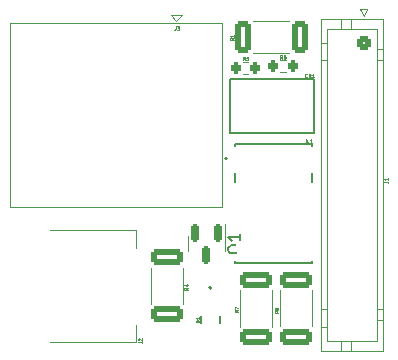
<source format=gbr>
%TF.GenerationSoftware,KiCad,Pcbnew,(6.0.5-0)*%
%TF.CreationDate,2022-06-12T16:17:49+02:00*%
%TF.ProjectId,Relay,52656c61-792e-46b6-9963-61645f706362,rev?*%
%TF.SameCoordinates,Original*%
%TF.FileFunction,Legend,Top*%
%TF.FilePolarity,Positive*%
%FSLAX46Y46*%
G04 Gerber Fmt 4.6, Leading zero omitted, Abs format (unit mm)*
G04 Created by KiCad (PCBNEW (6.0.5-0)) date 2022-06-12 16:17:49*
%MOMM*%
%LPD*%
G01*
G04 APERTURE LIST*
G04 Aperture macros list*
%AMRoundRect*
0 Rectangle with rounded corners*
0 $1 Rounding radius*
0 $2 $3 $4 $5 $6 $7 $8 $9 X,Y pos of 4 corners*
0 Add a 4 corners polygon primitive as box body*
4,1,4,$2,$3,$4,$5,$6,$7,$8,$9,$2,$3,0*
0 Add four circle primitives for the rounded corners*
1,1,$1+$1,$2,$3*
1,1,$1+$1,$4,$5*
1,1,$1+$1,$6,$7*
1,1,$1+$1,$8,$9*
0 Add four rect primitives between the rounded corners*
20,1,$1+$1,$2,$3,$4,$5,0*
20,1,$1+$1,$4,$5,$6,$7,0*
20,1,$1+$1,$6,$7,$8,$9,0*
20,1,$1+$1,$8,$9,$2,$3,0*%
G04 Aperture macros list end*
%ADD10C,0.075000*%
%ADD11C,0.150000*%
%ADD12C,0.127000*%
%ADD13C,0.200000*%
%ADD14C,0.120000*%
%ADD15R,1.800000X1.340000*%
%ADD16RoundRect,0.249999X-1.075001X0.450001X-1.075001X-0.450001X1.075001X-0.450001X1.075001X0.450001X0*%
%ADD17RoundRect,0.200000X0.200000X0.275000X-0.200000X0.275000X-0.200000X-0.275000X0.200000X-0.275000X0*%
%ADD18C,3.200000*%
%ADD19R,1.500000X1.500000*%
%ADD20C,1.500000*%
%ADD21RoundRect,0.150000X-0.150000X0.587500X-0.150000X-0.587500X0.150000X-0.587500X0.150000X0.587500X0*%
%ADD22R,1.200000X1.500000*%
%ADD23R,4.650000X4.150000*%
%ADD24RoundRect,0.250000X-0.350000X0.350000X-0.350000X-0.350000X0.350000X-0.350000X0.350000X0.350000X0*%
%ADD25C,1.200000*%
%ADD26O,0.650000X0.950000*%
%ADD27C,0.650000*%
%ADD28R,0.700000X0.300000*%
%ADD29O,1.400000X0.800000*%
%ADD30R,1.458000X1.458000*%
%ADD31C,1.458000*%
%ADD32RoundRect,0.249999X0.450001X1.075001X-0.450001X1.075001X-0.450001X-1.075001X0.450001X-1.075001X0*%
G04 APERTURE END LIST*
D10*
%TO.C,D1*%
X162225714Y-78253928D02*
X161925714Y-78253928D01*
X161925714Y-78182500D01*
X161940000Y-78139642D01*
X161968571Y-78111071D01*
X161997142Y-78096785D01*
X162054285Y-78082500D01*
X162097142Y-78082500D01*
X162154285Y-78096785D01*
X162182857Y-78111071D01*
X162211428Y-78139642D01*
X162225714Y-78182500D01*
X162225714Y-78253928D01*
X162225714Y-77796785D02*
X162225714Y-77968214D01*
X162225714Y-77882500D02*
X161925714Y-77882500D01*
X161968571Y-77911071D01*
X161997142Y-77939642D01*
X162011428Y-77968214D01*
%TO.C,R8*%
X168925714Y-77280000D02*
X168782857Y-77380000D01*
X168925714Y-77451428D02*
X168625714Y-77451428D01*
X168625714Y-77337142D01*
X168640000Y-77308571D01*
X168654285Y-77294285D01*
X168682857Y-77280000D01*
X168725714Y-77280000D01*
X168754285Y-77294285D01*
X168768571Y-77308571D01*
X168782857Y-77337142D01*
X168782857Y-77451428D01*
X168754285Y-77108571D02*
X168740000Y-77137142D01*
X168725714Y-77151428D01*
X168697142Y-77165714D01*
X168682857Y-77165714D01*
X168654285Y-77151428D01*
X168640000Y-77137142D01*
X168625714Y-77108571D01*
X168625714Y-77051428D01*
X168640000Y-77022857D01*
X168654285Y-77008571D01*
X168682857Y-76994285D01*
X168697142Y-76994285D01*
X168725714Y-77008571D01*
X168740000Y-77022857D01*
X168754285Y-77051428D01*
X168754285Y-77108571D01*
X168768571Y-77137142D01*
X168782857Y-77151428D01*
X168811428Y-77165714D01*
X168868571Y-77165714D01*
X168897142Y-77151428D01*
X168911428Y-77137142D01*
X168925714Y-77108571D01*
X168925714Y-77051428D01*
X168911428Y-77022857D01*
X168897142Y-77008571D01*
X168868571Y-76994285D01*
X168811428Y-76994285D01*
X168782857Y-77008571D01*
X168768571Y-77022857D01*
X168754285Y-77051428D01*
%TO.C,R7*%
X165515714Y-77220000D02*
X165372857Y-77320000D01*
X165515714Y-77391428D02*
X165215714Y-77391428D01*
X165215714Y-77277142D01*
X165230000Y-77248571D01*
X165244285Y-77234285D01*
X165272857Y-77220000D01*
X165315714Y-77220000D01*
X165344285Y-77234285D01*
X165358571Y-77248571D01*
X165372857Y-77277142D01*
X165372857Y-77391428D01*
X165215714Y-77120000D02*
X165215714Y-76920000D01*
X165515714Y-77048571D01*
%TO.C,R6*%
X169250000Y-55915714D02*
X169150000Y-55772857D01*
X169078571Y-55915714D02*
X169078571Y-55615714D01*
X169192857Y-55615714D01*
X169221428Y-55630000D01*
X169235714Y-55644285D01*
X169250000Y-55672857D01*
X169250000Y-55715714D01*
X169235714Y-55744285D01*
X169221428Y-55758571D01*
X169192857Y-55772857D01*
X169078571Y-55772857D01*
X169507142Y-55615714D02*
X169450000Y-55615714D01*
X169421428Y-55630000D01*
X169407142Y-55644285D01*
X169378571Y-55687142D01*
X169364285Y-55744285D01*
X169364285Y-55858571D01*
X169378571Y-55887142D01*
X169392857Y-55901428D01*
X169421428Y-55915714D01*
X169478571Y-55915714D01*
X169507142Y-55901428D01*
X169521428Y-55887142D01*
X169535714Y-55858571D01*
X169535714Y-55787142D01*
X169521428Y-55758571D01*
X169507142Y-55744285D01*
X169478571Y-55730000D01*
X169421428Y-55730000D01*
X169392857Y-55744285D01*
X169378571Y-55758571D01*
X169364285Y-55787142D01*
%TO.C,J3*%
X160230000Y-53185714D02*
X160230000Y-53400000D01*
X160215714Y-53442857D01*
X160187142Y-53471428D01*
X160144285Y-53485714D01*
X160115714Y-53485714D01*
X160344285Y-53185714D02*
X160530000Y-53185714D01*
X160430000Y-53300000D01*
X160472857Y-53300000D01*
X160501428Y-53314285D01*
X160515714Y-53328571D01*
X160530000Y-53357142D01*
X160530000Y-53428571D01*
X160515714Y-53457142D01*
X160501428Y-53471428D01*
X160472857Y-53485714D01*
X160387142Y-53485714D01*
X160358571Y-53471428D01*
X160344285Y-53457142D01*
D11*
%TO.C,Q1*%
X165787619Y-71685238D02*
X165740000Y-71780476D01*
X165644761Y-71875714D01*
X165501904Y-72018571D01*
X165454285Y-72113809D01*
X165454285Y-72209047D01*
X165692380Y-72161428D02*
X165644761Y-72256666D01*
X165549523Y-72351904D01*
X165359047Y-72399523D01*
X165025714Y-72399523D01*
X164835238Y-72351904D01*
X164740000Y-72256666D01*
X164692380Y-72161428D01*
X164692380Y-71970952D01*
X164740000Y-71875714D01*
X164835238Y-71780476D01*
X165025714Y-71732857D01*
X165359047Y-71732857D01*
X165549523Y-71780476D01*
X165644761Y-71875714D01*
X165692380Y-71970952D01*
X165692380Y-72161428D01*
X165692380Y-70780476D02*
X165692380Y-71351904D01*
X165692380Y-71066190D02*
X164692380Y-71066190D01*
X164835238Y-71161428D01*
X164930476Y-71256666D01*
X164978095Y-71351904D01*
D10*
%TO.C,R5*%
X166110000Y-56045714D02*
X166010000Y-55902857D01*
X165938571Y-56045714D02*
X165938571Y-55745714D01*
X166052857Y-55745714D01*
X166081428Y-55760000D01*
X166095714Y-55774285D01*
X166110000Y-55802857D01*
X166110000Y-55845714D01*
X166095714Y-55874285D01*
X166081428Y-55888571D01*
X166052857Y-55902857D01*
X165938571Y-55902857D01*
X166381428Y-55745714D02*
X166238571Y-55745714D01*
X166224285Y-55888571D01*
X166238571Y-55874285D01*
X166267142Y-55860000D01*
X166338571Y-55860000D01*
X166367142Y-55874285D01*
X166381428Y-55888571D01*
X166395714Y-55917142D01*
X166395714Y-55988571D01*
X166381428Y-56017142D01*
X166367142Y-56031428D01*
X166338571Y-56045714D01*
X166267142Y-56045714D01*
X166238571Y-56031428D01*
X166224285Y-56017142D01*
%TO.C,CR1*%
X171360000Y-57487142D02*
X171345714Y-57501428D01*
X171302857Y-57515714D01*
X171274285Y-57515714D01*
X171231428Y-57501428D01*
X171202857Y-57472857D01*
X171188571Y-57444285D01*
X171174285Y-57387142D01*
X171174285Y-57344285D01*
X171188571Y-57287142D01*
X171202857Y-57258571D01*
X171231428Y-57230000D01*
X171274285Y-57215714D01*
X171302857Y-57215714D01*
X171345714Y-57230000D01*
X171360000Y-57244285D01*
X171660000Y-57515714D02*
X171560000Y-57372857D01*
X171488571Y-57515714D02*
X171488571Y-57215714D01*
X171602857Y-57215714D01*
X171631428Y-57230000D01*
X171645714Y-57244285D01*
X171660000Y-57272857D01*
X171660000Y-57315714D01*
X171645714Y-57344285D01*
X171631428Y-57358571D01*
X171602857Y-57372857D01*
X171488571Y-57372857D01*
X171945714Y-57515714D02*
X171774285Y-57515714D01*
X171860000Y-57515714D02*
X171860000Y-57215714D01*
X171831428Y-57258571D01*
X171802857Y-57287142D01*
X171774285Y-57301428D01*
%TO.C,J1*%
X177895714Y-66360000D02*
X178110000Y-66360000D01*
X178152857Y-66374285D01*
X178181428Y-66402857D01*
X178195714Y-66445714D01*
X178195714Y-66474285D01*
X178195714Y-66060000D02*
X178195714Y-66231428D01*
X178195714Y-66145714D02*
X177895714Y-66145714D01*
X177938571Y-66174285D01*
X177967142Y-66202857D01*
X177981428Y-66231428D01*
%TO.C,R4*%
X161255714Y-75310000D02*
X161112857Y-75410000D01*
X161255714Y-75481428D02*
X160955714Y-75481428D01*
X160955714Y-75367142D01*
X160970000Y-75338571D01*
X160984285Y-75324285D01*
X161012857Y-75310000D01*
X161055714Y-75310000D01*
X161084285Y-75324285D01*
X161098571Y-75338571D01*
X161112857Y-75367142D01*
X161112857Y-75481428D01*
X161055714Y-75052857D02*
X161255714Y-75052857D01*
X160941428Y-75124285D02*
X161155714Y-75195714D01*
X161155714Y-75010000D01*
%TO.C,J2*%
X157075714Y-79910000D02*
X157290000Y-79910000D01*
X157332857Y-79924285D01*
X157361428Y-79952857D01*
X157375714Y-79995714D01*
X157375714Y-80024285D01*
X157104285Y-79781428D02*
X157090000Y-79767142D01*
X157075714Y-79738571D01*
X157075714Y-79667142D01*
X157090000Y-79638571D01*
X157104285Y-79624285D01*
X157132857Y-79610000D01*
X157161428Y-79610000D01*
X157204285Y-79624285D01*
X157375714Y-79795714D01*
X157375714Y-79610000D01*
%TO.C,K1*%
X171288571Y-63045714D02*
X171288571Y-62745714D01*
X171460000Y-63045714D02*
X171331428Y-62874285D01*
X171460000Y-62745714D02*
X171288571Y-62917142D01*
X171745714Y-63045714D02*
X171574285Y-63045714D01*
X171660000Y-63045714D02*
X171660000Y-62745714D01*
X171631428Y-62788571D01*
X171602857Y-62817142D01*
X171574285Y-62831428D01*
%TO.C,R1*%
X165145714Y-54190000D02*
X165002857Y-54290000D01*
X165145714Y-54361428D02*
X164845714Y-54361428D01*
X164845714Y-54247142D01*
X164860000Y-54218571D01*
X164874285Y-54204285D01*
X164902857Y-54190000D01*
X164945714Y-54190000D01*
X164974285Y-54204285D01*
X164988571Y-54218571D01*
X165002857Y-54247142D01*
X165002857Y-54361428D01*
X165145714Y-53904285D02*
X165145714Y-54075714D01*
X165145714Y-53990000D02*
X164845714Y-53990000D01*
X164888571Y-54018571D01*
X164917142Y-54047142D01*
X164931428Y-54075714D01*
D12*
%TO.C,D1*%
X163950000Y-78332500D02*
X163950000Y-77732500D01*
X162350000Y-78332500D02*
X162350000Y-77732500D01*
D13*
X163250000Y-75332500D02*
G75*
G03*
X163250000Y-75332500I-100000J0D01*
G01*
D14*
%TO.C,R8*%
X169050000Y-75522936D02*
X169050000Y-78577064D01*
X171770000Y-75522936D02*
X171770000Y-78577064D01*
%TO.C,R7*%
X165660000Y-75552936D02*
X165660000Y-78607064D01*
X168380000Y-75552936D02*
X168380000Y-78607064D01*
%TO.C,R6*%
X169537258Y-56047500D02*
X169062742Y-56047500D01*
X169537258Y-57092500D02*
X169062742Y-57092500D01*
%TO.C,J3*%
X164180000Y-68462500D02*
X146220000Y-68462500D01*
X146220000Y-52942500D02*
X146220000Y-68462500D01*
X164180000Y-52942500D02*
X146220000Y-52942500D01*
X160800000Y-52257500D02*
X159800000Y-52257500D01*
X159800000Y-52257500D02*
X160300000Y-52757500D01*
X164180000Y-68462500D02*
X164180000Y-52942500D01*
X160300000Y-52757500D02*
X160800000Y-52257500D01*
%TO.C,Q1*%
X161280000Y-71590000D02*
X161280000Y-72240000D01*
X164400000Y-71590000D02*
X164400000Y-72240000D01*
X161280000Y-71590000D02*
X161280000Y-70940000D01*
X164400000Y-71590000D02*
X164400000Y-69915000D01*
%TO.C,R5*%
X166387258Y-56187500D02*
X165912742Y-56187500D01*
X166387258Y-57232500D02*
X165912742Y-57232500D01*
D12*
%TO.C,CR1*%
X171966000Y-62226000D02*
X164854000Y-62226000D01*
X164854000Y-62226000D02*
X164854000Y-57654000D01*
X171966000Y-57654000D02*
X171966000Y-62226000D01*
X164854000Y-57654000D02*
X171966000Y-57654000D01*
D14*
%TO.C,J1*%
X175850000Y-51732500D02*
X176450000Y-51732500D01*
X172540000Y-80652500D02*
X177760000Y-80652500D01*
X173050000Y-53392500D02*
X173050000Y-79792500D01*
X173050000Y-79792500D02*
X177250000Y-79792500D01*
X174250000Y-52532500D02*
X174250000Y-53392500D01*
X172540000Y-78622500D02*
X173050000Y-78622500D01*
X177760000Y-80652500D02*
X177760000Y-52532500D01*
X172540000Y-56062500D02*
X173050000Y-56062500D01*
X175050000Y-80652500D02*
X175050000Y-79792500D01*
X177250000Y-79792500D02*
X177250000Y-53392500D01*
X176150000Y-52332500D02*
X175850000Y-51732500D01*
X177250000Y-53392500D02*
X173050000Y-53392500D01*
X176450000Y-51732500D02*
X176150000Y-52332500D01*
X177760000Y-52532500D02*
X172540000Y-52532500D01*
X172540000Y-77122500D02*
X173050000Y-77122500D01*
X172540000Y-52532500D02*
X172540000Y-80652500D01*
X177760000Y-55122500D02*
X177250000Y-55122500D01*
X175050000Y-52532500D02*
X175050000Y-53392500D01*
X177760000Y-77122500D02*
X177250000Y-77122500D01*
X177760000Y-78062500D02*
X177250000Y-78062500D01*
X172540000Y-54562500D02*
X173050000Y-54562500D01*
X177760000Y-56062500D02*
X177250000Y-56062500D01*
X174250000Y-80652500D02*
X174250000Y-79792500D01*
%TO.C,R4*%
X160820000Y-73632936D02*
X160820000Y-76687064D01*
X158100000Y-73632936D02*
X158100000Y-76687064D01*
%TO.C,J2*%
X156860000Y-78450000D02*
X156860000Y-79950000D01*
X156860000Y-70450000D02*
X149600000Y-70450000D01*
X156860000Y-70450000D02*
X156860000Y-71950000D01*
X156860000Y-79950000D02*
X149600000Y-79950000D01*
D12*
%TO.C,K1*%
X165264500Y-66390000D02*
X165264500Y-65640000D01*
X171764500Y-63190000D02*
X165264500Y-63190000D01*
X165264500Y-73190000D02*
X165264500Y-73039000D01*
X171764500Y-65640000D02*
X171764500Y-66390000D01*
X171764500Y-73190000D02*
X171764500Y-73039000D01*
X165264500Y-63190000D02*
X165264500Y-63341000D01*
X171764500Y-63341000D02*
X171764500Y-63190000D01*
X165264500Y-73190000D02*
X171764500Y-73190000D01*
D13*
X164599500Y-64390000D02*
G75*
G03*
X164599500Y-64390000I-100000J0D01*
G01*
D14*
%TO.C,R1*%
X169847064Y-52710000D02*
X166792936Y-52710000D01*
X169847064Y-55430000D02*
X166792936Y-55430000D01*
%TD*%
%LPC*%
D15*
%TO.C,D1*%
X163150000Y-79462500D03*
X163150000Y-76602500D03*
%TD*%
D16*
%TO.C,R8*%
X170410000Y-74650000D03*
X170410000Y-79450000D03*
%TD*%
%TO.C,R7*%
X167020000Y-74680000D03*
X167020000Y-79480000D03*
%TD*%
D17*
%TO.C,R6*%
X170125000Y-56570000D03*
X168475000Y-56570000D03*
%TD*%
D18*
%TO.C,J3*%
X153950000Y-54987500D03*
X153950000Y-66417500D03*
D19*
X160300000Y-56257500D03*
D20*
X162840000Y-57527500D03*
X160300000Y-58797500D03*
X162840000Y-60067500D03*
X160300000Y-61337500D03*
X162840000Y-62607500D03*
X160300000Y-63877500D03*
X162840000Y-65147500D03*
%TD*%
D21*
%TO.C,Q1*%
X163790000Y-70652500D03*
X161890000Y-70652500D03*
X162840000Y-72527500D03*
%TD*%
D17*
%TO.C,R5*%
X166975000Y-56710000D03*
X165325000Y-56710000D03*
%TD*%
D22*
%TO.C,CR1*%
X171160000Y-58955000D03*
X171160000Y-60925000D03*
D23*
X167410000Y-59940000D03*
%TD*%
D24*
%TO.C,J1*%
X176150000Y-54592500D03*
D25*
X174150000Y-54592500D03*
X176150000Y-56592500D03*
X174150000Y-56592500D03*
X176150000Y-58592500D03*
X174150000Y-58592500D03*
X176150000Y-60592500D03*
X174150000Y-60592500D03*
X176150000Y-62592500D03*
X174150000Y-62592500D03*
X176150000Y-64592500D03*
X174150000Y-64592500D03*
X176150000Y-66592500D03*
X174150000Y-66592500D03*
X176150000Y-68592500D03*
X174150000Y-68592500D03*
X176150000Y-70592500D03*
X174150000Y-70592500D03*
X176150000Y-72592500D03*
X174150000Y-72592500D03*
X176150000Y-74592500D03*
X174150000Y-74592500D03*
X176150000Y-76592500D03*
X174150000Y-76592500D03*
X176150000Y-78592500D03*
X174150000Y-78592500D03*
%TD*%
D16*
%TO.C,R4*%
X159460000Y-72760000D03*
X159460000Y-77560000D03*
%TD*%
D26*
%TO.C,J2*%
X155850000Y-78800000D03*
D27*
X155850000Y-71600000D03*
D28*
X156510000Y-72450000D03*
X156510000Y-72950000D03*
X156510000Y-73450000D03*
X156510000Y-73950000D03*
X156510000Y-74450000D03*
X156510000Y-74950000D03*
X156510000Y-75450000D03*
X156510000Y-75950000D03*
X156510000Y-76450000D03*
X156510000Y-76950000D03*
X156510000Y-77450000D03*
X156510000Y-77950000D03*
D27*
X155200000Y-78000000D03*
X154500000Y-77600000D03*
X154500000Y-76800000D03*
X155200000Y-76400000D03*
X154500000Y-76000000D03*
X155200000Y-75600000D03*
X155200000Y-74800000D03*
X154500000Y-74400000D03*
X155200000Y-74000000D03*
X154500000Y-73600000D03*
X154500000Y-72800000D03*
X155200000Y-72400000D03*
D29*
X148650000Y-70710000D03*
X148650000Y-79690000D03*
X154600000Y-71070000D03*
X154600000Y-79330000D03*
%TD*%
D30*
%TO.C,K1*%
X165974500Y-64390000D03*
D31*
X165974500Y-67590000D03*
X165974500Y-69790000D03*
X165974500Y-71990000D03*
X171054500Y-71990000D03*
X171054500Y-69790000D03*
X171054500Y-67590000D03*
X171054500Y-64390000D03*
%TD*%
D32*
%TO.C,R1*%
X170720000Y-54070000D03*
X165920000Y-54070000D03*
%TD*%
M02*

</source>
